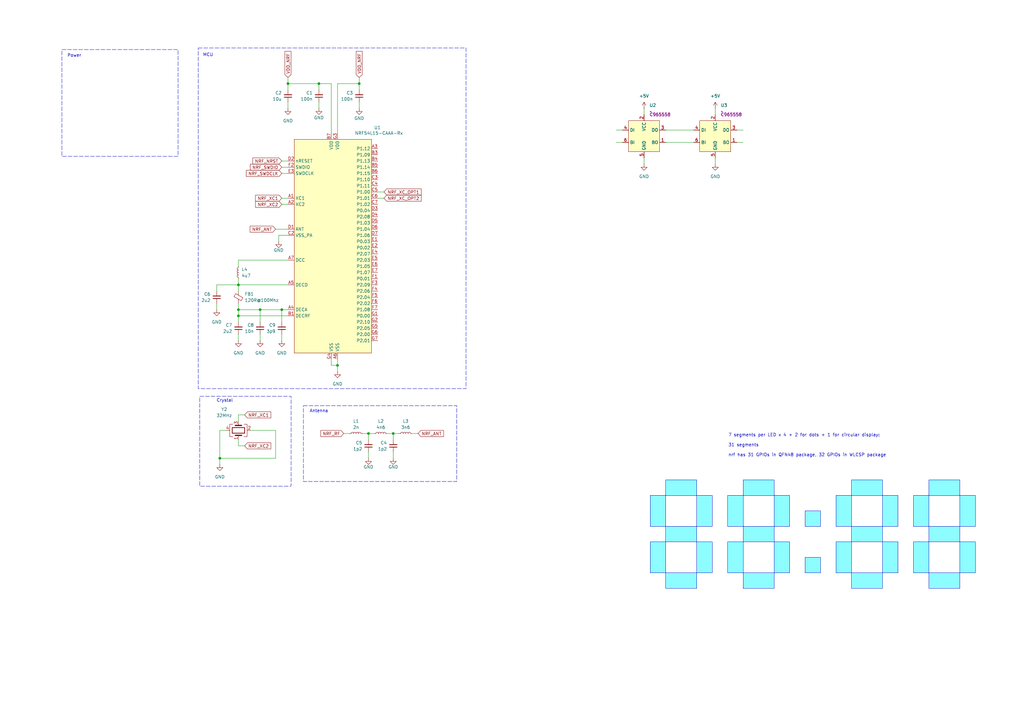
<source format=kicad_sch>
(kicad_sch (version 20231120) (generator "eeschema") (generator_version "8.0")
  (paper "A3")
  (lib_symbols
    (symbol "Device:C_Small" (pin_numbers hide) (pin_names (offset 0.254) hide)
      (property "Reference" "C" (at 0.254 1.778 0))
      (property "Value" "C_Small" (at 0.254 -2.032 0))
      (symbol "C_Small_0_1"
        (polyline (pts (xy -1.524 -0.508) (xy 1.524 -0.508)) (stroke (width 0.3302)))
        (polyline (pts (xy -1.524 0.508) (xy 1.524 0.508)) (stroke (width 0.3048)))
      )
      (symbol "C_Small_1_1"
        (pin passive line (at 0 2.54 270) (length 2.032) (name "~") (number "1"))
        (pin passive line (at 0 -2.54 90) (length 2.032) (name "~") (number "2"))
      )
    )
    (symbol "Device:Crystal_GND24" (pin_names (offset 1.016) hide)
      (property "Reference" "Y" (at 3.175 5.08 0))
      (property "Value" "Crystal_GND24" (at 3.175 3.175 0))
      (symbol "Crystal_GND24_0_1"
        (rectangle (start -1.143 2.54) (end 1.143 -2.54) (stroke (width 0.3048)))
        (polyline (pts (xy -2.54 0) (xy -2.032 0)))
        (polyline (pts (xy -2.032 -1.27) (xy -2.032 1.27)) (stroke (width 0.508)))
        (polyline (pts (xy 0 -3.81) (xy 0 -3.556)))
        (polyline (pts (xy 0 3.556) (xy 0 3.81)))
        (polyline (pts (xy 2.032 -1.27) (xy 2.032 1.27)) (stroke (width 0.508)))
        (polyline (pts (xy 2.032 0) (xy 2.54 0)))
        (polyline (pts (xy -2.54 -2.286) (xy -2.54 -3.556) (xy 2.54 -3.556) (xy 2.54 -2.286)))
        (polyline (pts (xy -2.54 2.286) (xy -2.54 3.556) (xy 2.54 3.556) (xy 2.54 2.286)))
      )
      (symbol "Crystal_GND24_1_1"
        (pin passive line (at -3.81 0 0) (length 1.27) (name "1") (number "1"))
        (pin passive line (at 0 5.08 270) (length 1.27) (name "2") (number "2"))
        (pin passive line (at 3.81 0 180) (length 1.27) (name "3") (number "3"))
        (pin passive line (at 0 -5.08 90) (length 1.27) (name "4") (number "4"))
      )
    )
    (symbol "Device:FerriteBead_Small" (pin_numbers hide) (pin_names (offset 0))
      (property "Reference" "FB" (at 1.905 1.27 0))
      (property "Value" "FerriteBead_Small" (at 1.905 -1.27 0))
      (symbol "FerriteBead_Small_0_1"
        (polyline (pts (xy 0 -1.27) (xy 0 -0.7874)))
        (polyline (pts (xy 0 0.889) (xy 0 1.2954)))
        (polyline (pts (xy -1.8288 0.2794) (xy -1.1176 1.4986) (xy 1.8288 -0.2032) (xy 1.1176 -1.4224) (xy -1.8288 0.2794)))
      )
      (symbol "FerriteBead_Small_1_1"
        (pin passive line (at 0 2.54 270) (length 1.27) (name "~") (number "1"))
        (pin passive line (at 0 -2.54 90) (length 1.27) (name "~") (number "2"))
      )
    )
    (symbol "Device:L_Small" (pin_numbers hide) (pin_names (offset 0.254) hide)
      (property "Reference" "L" (at 0.762 1.016 0))
      (property "Value" "L_Small" (at 0.762 -1.016 0))
      (symbol "L_Small_0_1"
        (arc (start 0 -2.032) (mid 0.5058 -1.524) (end 0 -1.016))
        (arc (start 0 -1.016) (mid 0.5058 -0.508) (end 0 0))
        (arc (start 0 0) (mid 0.5058 0.508) (end 0 1.016))
        (arc (start 0 1.016) (mid 0.5058 1.524) (end 0 2.032))
      )
      (symbol "L_Small_1_1"
        (pin passive line (at 0 2.54 270) (length 0.508) (name "~") (number "1"))
        (pin passive line (at 0 -2.54 90) (length 0.508) (name "~") (number "2"))
      )
    )
    (symbol "ProjectSymbols:WS2813B-5V"
      (property "Reference" "U" (at 7.366 9.144 0))
      (property "LCSC" "C965558" (at 0 0 0))
      (symbol "WS2813B-5V_0_0"
        (pin unspecified line (at 8.89 -2.54 180) (length 2.54) (name "BO") (number "1"))
        (pin unspecified line (at 0 8.89 270) (length 2.54) (name "VCC") (number "2"))
        (pin unspecified line (at 8.89 2.54 180) (length 2.54) (name "DO") (number "3"))
        (pin unspecified line (at -8.89 2.54 0) (length 2.54) (name "DI") (number "4"))
        (pin unspecified line (at 0 -8.89 90) (length 2.54) (name "GND") (number "5"))
        (pin unspecified line (at -8.89 -2.54 0) (length 2.54) (name "BI") (number "6"))
      )
      (symbol "WS2813B-5V_1_1"
        (rectangle (start -6.35 6.35) (end 6.35 -6.35) (fill (type background)))
      )
    )
    (symbol "ProjectSymbols:nRF54Lxx"
      (property "Reference" "U" (at -17.78 15.24 0))
      (symbol "nRF54Lxx_0_0"
        (pin unspecified line (at -17.78 15.24 0) (length 2.54) (name "XC1") (number "A1"))
        (pin unspecified line (at -17.78 12.7 0) (length 2.54) (name "XC2") (number "A2"))
        (pin unspecified line (at 19.05 35.56 180) (length 2.54) (name "P1.12") (number "A3"))
        (pin unspecified line (at -17.78 -30.48 0) (length 2.54) (name "DECA") (number "A4"))
        (pin unspecified line (at -17.78 -20.32 0) (length 2.54) (name "DECD") (number "A5"))
        (pin unspecified line (at 2.54 -50.8 90) (length 2.54) (name "VSS") (number "A6"))
        (pin unspecified line (at -17.78 -10.16 0) (length 2.54) (name "DCC") (number "A7"))
        (pin unspecified line (at -17.78 -33.02 0) (length 2.54) (name "DECRF") (number "B1"))
        (pin unspecified line (at 19.05 33.02 180) (length 2.54) (name "P1.09") (number "B3"))
        (pin unspecified line (at 19.05 30.48 180) (length 2.54) (name "P1.13") (number "B4"))
        (pin unspecified line (at 19.05 27.94 180) (length 2.54) (name "P1.14") (number "B5"))
        (pin unspecified line (at 19.05 25.4 180) (length 2.54) (name "P1.15") (number "B6"))
        (pin unspecified line (at 0 41.91 270) (length 2.54) (name "VDD") (number "B7"))
        (pin unspecified line (at -17.78 0 0) (length 2.54) (name "VSS_PA") (number "C2"))
        (pin unspecified line (at 19.05 22.86 180) (length 2.54) (name "P1.10") (number "C3"))
        (pin unspecified line (at 19.05 20.32 180) (length 2.54) (name "P1.11") (number "C4"))
        (pin unspecified line (at 19.05 17.78 180) (length 2.54) (name "P1.00") (number "C5"))
        (pin unspecified line (at 19.05 15.24 180) (length 2.54) (name "P1.01") (number "C6"))
        (pin unspecified line (at 19.05 12.7 180) (length 2.54) (name "P1.02") (number "C7"))
        (pin unspecified line (at -17.78 2.54 0) (length 2.54) (name "ANT") (number "D1"))
        (pin unspecified line (at -17.78 30.48 0) (length 2.54) (name "nRESET") (number "D2"))
        (pin unspecified line (at 19.05 10.16 180) (length 2.54) (name "P0.04") (number "D3"))
        (pin unspecified line (at 19.05 7.62 180) (length 2.54) (name "P2.08") (number "D4"))
        (pin unspecified line (at 19.05 5.08 180) (length 2.54) (name "P1.03") (number "D5"))
        (pin unspecified line (at 19.05 2.54 180) (length 2.54) (name "P1.04") (number "D6"))
        (pin unspecified line (at 19.05 0 180) (length 2.54) (name "P1.06") (number "D7"))
        (pin unspecified line (at 19.05 -2.54 180) (length 2.54) (name "P0.03") (number "E1"))
        (pin unspecified line (at 19.05 -5.08 180) (length 2.54) (name "P0.02") (number "E2"))
        (pin unspecified line (at -17.78 25.4 0) (length 2.54) (name "SWDCLK") (number "E3"))
        (pin unspecified line (at 19.05 -7.62 180) (length 2.54) (name "P2.07") (number "E4"))
        (pin unspecified line (at 19.05 -10.16 180) (length 2.54) (name "P2.03") (number "E5"))
        (pin unspecified line (at 19.05 -12.7 180) (length 2.54) (name "P1.05") (number "E6"))
        (pin unspecified line (at 19.05 -15.24 180) (length 2.54) (name "P1.07") (number "E7"))
        (pin unspecified line (at 19.05 -17.78 180) (length 2.54) (name "P0.01") (number "F1"))
        (pin unspecified line (at -17.78 27.94 0) (length 2.54) (name "SWDIO") (number "F2"))
        (pin unspecified line (at 19.05 -20.32 180) (length 2.54) (name "P2.09") (number "F3"))
        (pin unspecified line (at 19.05 -22.86 180) (length 2.54) (name "P2.06") (number "F4"))
        (pin unspecified line (at 19.05 -25.4 180) (length 2.54) (name "P2.04") (number "F5"))
        (pin unspecified line (at 19.05 -27.94 180) (length 2.54) (name "P2.02") (number "F6"))
        (pin unspecified line (at 19.05 -30.48 180) (length 2.54) (name "P1.08") (number "F7"))
        (pin unspecified line (at 19.05 -33.02 180) (length 2.54) (name "P0.00") (number "G1"))
        (pin unspecified line (at 19.05 -35.56 180) (length 2.54) (name "P2.10") (number "G2"))
        (pin unspecified line (at 2.54 41.91 270) (length 2.54) (name "VDD") (number "G3"))
        (pin unspecified line (at 0 -50.8 90) (length 2.54) (name "VSS") (number "G4"))
        (pin unspecified line (at 19.05 -38.1 180) (length 2.54) (name "P2.05") (number "G5"))
        (pin unspecified line (at 19.05 -40.64 180) (length 2.54) (name "P2.00") (number "G6"))
        (pin unspecified line (at 19.05 -43.18 180) (length 2.54) (name "P2.01") (number "G7"))
      )
      (symbol "nRF54Lxx_1_1"
        (rectangle (start -15.24 39.37) (end 16.51 -48.26) (fill (type background)))
      )
    )
    (symbol "power:+5V" (power) (pin_numbers hide) (pin_names (offset 0) hide)
      (property "Value" "+5V" (at 0 3.556 0))
      (symbol "+5V_0_1"
        (polyline (pts (xy -0.762 1.27) (xy 0 2.54)))
        (polyline (pts (xy 0 0) (xy 0 2.54)))
        (polyline (pts (xy 0 2.54) (xy 0.762 1.27)))
      )
      (symbol "+5V_1_1"
        (pin power_in line (at 0 0 90) (length 0) (name "~") (number "1"))
      )
    )
    (symbol "power:GND" (power) (pin_numbers hide) (pin_names (offset 0) hide)
      (property "Value" "GND" (at 0 -3.81 0))
      (symbol "GND_0_1"
        (polyline (pts (xy 0 0) (xy 0 -1.27) (xy 1.27 -1.27) (xy 0 -2.54) (xy -1.27 -1.27) (xy 0 -1.27)))
      )
      (symbol "GND_1_1"
        (pin power_in line (at 0 0 270) (length 0) (name "~") (number "1"))
      )
    )
  )
  (junction (at 106.68 127))
  (junction (at 118.11 34.29))
  (junction (at 90.17 187.96))
  (junction (at 115.57 127))
  (junction (at 97.79 127))
  (junction (at 97.79 116.84))
  (junction (at 138.43 149.86))
  (junction (at 147.32 34.29))
  (junction (at 97.79 129.54))
  (junction (at 130.81 34.29))
  (junction (at 151.13 177.8))
  (junction (at 161.29 177.8))
  (wire (pts (xy 252.73 53.34) (xy 255.27 53.34)))
  (wire (pts (xy 158.75 177.8) (xy 161.29 177.8)))
  (wire (pts (xy 115.57 127) (xy 118.11 127)))
  (wire (pts (xy 161.29 177.8) (xy 163.83 177.8)))
  (wire (pts (xy 106.68 137.16) (xy 106.68 139.7)))
  (wire (pts (xy 115.57 81.28) (xy 118.11 81.28)))
  (wire (pts (xy 154.94 81.28) (xy 157.48 81.28)))
  (wire (pts (xy 140.97 177.8) (xy 143.51 177.8)))
  (wire (pts (xy 115.57 68.58) (xy 118.11 68.58)))
  (wire (pts (xy 118.11 41.91) (xy 118.11 44.45)))
  (wire (pts (xy 97.79 106.68) (xy 97.79 109.22)))
  (wire (pts (xy 138.43 34.29) (xy 147.32 34.29)))
  (wire (pts (xy 264.16 44.45) (xy 264.16 46.99)))
  (wire (pts (xy 302.26 58.42) (xy 304.8 58.42)))
  (wire (pts (xy 168.91 177.8) (xy 171.45 177.8)))
  (wire (pts (xy 138.43 34.29) (xy 138.43 54.61)))
  (wire (pts (xy 130.81 34.29) (xy 135.89 34.29)))
  (wire (pts (xy 147.32 31.75) (xy 147.32 34.29)))
  (wire (pts (xy 97.79 129.54) (xy 118.11 129.54)))
  (wire (pts (xy 161.29 185.42) (xy 161.29 187.96)))
  (wire (pts (xy 273.05 58.42) (xy 284.48 58.42)))
  (wire (pts (xy 138.43 149.86) (xy 138.43 152.4)))
  (wire (pts (xy 90.17 187.96) (xy 90.17 176.53)))
  (wire (pts (xy 273.05 53.34) (xy 284.48 53.34)))
  (wire (pts (xy 135.89 147.32) (xy 135.89 149.86)))
  (wire (pts (xy 148.59 177.8) (xy 151.13 177.8)))
  (wire (pts (xy 88.9 116.84) (xy 97.79 116.84)))
  (wire (pts (xy 97.79 114.3) (xy 97.79 116.84)))
  (wire (pts (xy 130.81 41.91) (xy 130.81 44.45)))
  (wire (pts (xy 115.57 127) (xy 115.57 132.08)))
  (wire (pts (xy 115.57 66.04) (xy 118.11 66.04)))
  (wire (pts (xy 115.57 71.12) (xy 118.11 71.12)))
  (wire (pts (xy 106.68 127) (xy 106.68 132.08)))
  (wire (pts (xy 97.79 116.84) (xy 118.11 116.84)))
  (wire (pts (xy 293.37 44.45) (xy 293.37 46.99)))
  (wire (pts (xy 97.79 129.54) (xy 97.79 132.08)))
  (wire (pts (xy 90.17 187.96) (xy 90.17 190.5)))
  (wire (pts (xy 97.79 172.72) (xy 97.79 170.18)))
  (wire (pts (xy 151.13 177.8) (xy 153.67 177.8)))
  (wire (pts (xy 161.29 180.34) (xy 161.29 177.8)))
  (wire (pts (xy 147.32 34.29) (xy 147.32 36.83)))
  (wire (pts (xy 97.79 180.34) (xy 97.79 182.88)))
  (wire (pts (xy 135.89 149.86) (xy 138.43 149.86)))
  (wire (pts (xy 130.81 34.29) (xy 130.81 36.83)))
  (wire (pts (xy 118.11 31.75) (xy 118.11 34.29)))
  (wire (pts (xy 97.79 127) (xy 106.68 127)))
  (wire (pts (xy 302.26 53.34) (xy 304.8 53.34)))
  (wire (pts (xy 114.3 99.06) (xy 114.3 96.52)))
  (wire (pts (xy 90.17 176.53) (xy 92.71 176.53)))
  (wire (pts (xy 114.3 96.52) (xy 118.11 96.52)))
  (wire (pts (xy 252.73 58.42) (xy 255.27 58.42)))
  (wire (pts (xy 118.11 34.29) (xy 130.81 34.29)))
  (wire (pts (xy 88.9 124.46) (xy 88.9 127)))
  (wire (pts (xy 293.37 64.77) (xy 293.37 67.31)))
  (wire (pts (xy 113.03 187.96) (xy 90.17 187.96)))
  (wire (pts (xy 147.32 41.91) (xy 147.32 44.45)))
  (wire (pts (xy 115.57 83.82) (xy 118.11 83.82)))
  (wire (pts (xy 106.68 127) (xy 115.57 127)))
  (wire (pts (xy 97.79 170.18) (xy 100.33 170.18)))
  (wire (pts (xy 113.03 93.98) (xy 118.11 93.98)))
  (wire (pts (xy 118.11 106.68) (xy 97.79 106.68)))
  (wire (pts (xy 118.11 34.29) (xy 118.11 36.83)))
  (wire (pts (xy 97.79 182.88) (xy 100.33 182.88)))
  (wire (pts (xy 113.03 176.53) (xy 113.03 187.96)))
  (wire (pts (xy 88.9 116.84) (xy 88.9 119.38)))
  (wire (pts (xy 151.13 180.34) (xy 151.13 177.8)))
  (wire (pts (xy 138.43 147.32) (xy 138.43 149.86)))
  (wire (pts (xy 135.89 34.29) (xy 135.89 54.61)))
  (wire (pts (xy 97.79 127) (xy 97.79 129.54)))
  (wire (pts (xy 97.79 116.84) (xy 97.79 119.38)))
  (wire (pts (xy 154.94 78.74) (xy 157.48 78.74)))
  (wire (pts (xy 264.16 64.77) (xy 264.16 67.31)))
  (wire (pts (xy 102.87 176.53) (xy 113.03 176.53)))
  (wire (pts (xy 97.79 137.16) (xy 97.79 139.7)))
  (wire (pts (xy 115.57 137.16) (xy 115.57 139.7)))
  (wire (pts (xy 97.79 124.46) (xy 97.79 127)))
  (wire (pts (xy 151.13 185.42) (xy 151.13 187.96)))
  (rectangle (start 330.2 228.6) (end 336.55 234.95) (fill (type color) (color 141 253 255 1)))
  (rectangle (start 342.9 222.25) (end 349.25 234.95) (fill (type color) (color 141 253 255 1)))
  (rectangle (start 381 196.85) (end 393.7 203.2) (fill (type color) (color 141 253 255 1)))
  (rectangle (start 273.05 215.9) (end 285.75 222.25) (fill (type color) (color 141 253 255 1)))
  (rectangle (start 273.05 196.85) (end 285.75 203.2) (fill (type color) (color 141 253 255 1)))
  (rectangle (start 298.45 222.25) (end 304.8 234.95) (fill (type color) (color 141 253 255 1)))
  (rectangle (start 81.915 162.56) (end 119.38 199.39) (stroke (width 0) (type dash)))
  (rectangle (start 317.5 222.25) (end 323.85 234.95) (fill (type color) (color 141 253 255 1)))
  (rectangle (start 374.65 222.25) (end 381 234.95) (fill (type color) (color 141 253 255 1)))
  (rectangle (start 349.25 215.9) (end 361.95 222.25) (fill (type color) (color 141 253 255 1)))
  (rectangle (start 393.7 222.25) (end 400.05 234.95) (fill (type color) (color 141 253 255 1)))
  (rectangle (start 381 234.95) (end 393.7 241.3) (fill (type color) (color 141 253 255 1)))
  (rectangle (start 266.7 222.25) (end 273.05 234.95) (fill (type color) (color 141 253 255 1)))
  (rectangle (start 393.7 203.2) (end 400.05 215.9) (fill (type color) (color 141 253 255 1)))
  (rectangle (start 298.45 203.2) (end 304.8 215.9) (fill (type color) (color 141 253 255 1)))
  (rectangle (start 81.28 19.685) (end 191.135 159.385) (stroke (width 0) (type dash)))
  (rectangle (start 317.5 203.2) (end 323.85 215.9) (fill (type color) (color 141 253 255 1)))
  (rectangle (start 273.05 234.95) (end 285.75 241.3) (fill (type color) (color 141 253 255 1)))
  (rectangle (start 124.46 166.37) (end 187.325 197.485) (stroke (width 0) (type dash)))
  (rectangle (start 266.7 203.2) (end 273.05 215.9) (fill (type color) (color 141 253 255 1)))
  (rectangle (start 285.75 203.2) (end 292.1 215.9) (fill (type color) (color 141 253 255 1)))
  (rectangle (start 25.4 20.32) (end 73.025 64.135) (stroke (width 0) (type dash)))
  (rectangle (start 361.95 222.25) (end 368.3 234.95) (fill (type color) (color 141 253 255 1)))
  (rectangle (start 361.95 203.2) (end 368.3 215.9) (fill (type color) (color 141 253 255 1)))
  (rectangle (start 349.25 196.85) (end 361.95 203.2) (fill (type color) (color 141 253 255 1)))
  (rectangle (start 304.8 215.9) (end 317.5 222.25) (fill (type color) (color 141 253 255 1)))
  (rectangle (start 285.75 222.25) (end 292.1 234.95) (fill (type color) (color 141 253 255 1)))
  (rectangle (start 342.9 203.2) (end 349.25 215.9) (fill (type color) (color 141 253 255 1)))
  (rectangle (start 304.8 234.95) (end 317.5 241.3) (fill (type color) (color 141 253 255 1)))
  (rectangle (start 381 215.9) (end 393.7 222.25) (fill (type color) (color 141 253 255 1)))
  (rectangle (start 330.2 209.55) (end 336.55 215.9) (fill (type color) (color 141 253 255 1)))
  (rectangle (start 374.65 203.2) (end 381 215.9) (fill (type color) (color 141 253 255 1)))
  (rectangle (start 349.25 234.95) (end 361.95 241.3) (fill (type color) (color 141 253 255 1)))
  (rectangle (start 304.8 196.85) (end 317.5 203.2) (fill (type color) (color 141 253 255 1)))
  (text "MCU" (at 85.344 22.606 0) (effects (font (size 1.27 1.27))))
  (text "Crystal" (at 92.202 164.338 0) (effects (font (size 1.27 1.27))))
  (text "7 segments per LED x 4 + 2 for dots + 1 for circular display:\n\n31 segments\n\nnrf has 31 GPIOs in QFN48 package, 32 GPIOs in WLCSP package" (at 298.704 182.626 0) (effects (font (size 1.27 1.27)) (justify left)))
  (text "Power" (at 30.48 22.86 0) (effects (font (size 1.27 1.27))))
  (text "Antenna" (at 130.81 168.656 0) (effects (font (size 1.27 1.27))))
  (global_label "NRF_XC1" (shape input) (at 115.57 81.28 180) (property "Intersheetrefs" "${INTERSHEET_REFS}" (effects (hide yes))))
  (global_label "NRF_XC1" (shape input) (at 100.33 170.18 0) (property "Intersheetrefs" "${INTERSHEET_REFS}" (effects (hide yes))))
  (global_label "VDD_NRF" (shape input) (at 118.11 31.75 90) (property "Intersheetrefs" "${INTERSHEET_REFS}" (effects (hide yes))))
  (global_label "VDD_NRF" (shape input) (at 147.32 31.75 90) (property "Intersheetrefs" "${INTERSHEET_REFS}" (effects (hide yes))))
  (global_label "NRF_SWDIO" (shape input) (at 115.57 68.58 180) (property "Intersheetrefs" "${INTERSHEET_REFS}" (effects (hide yes))))
  (global_label "NRF_NRST" (shape input) (at 115.57 66.04 180) (property "Intersheetrefs" "${INTERSHEET_REFS}" (effects (hide yes))))
  (global_label "NRF_RF" (shape input) (at 140.97 177.8 180) (property "Intersheetrefs" "${INTERSHEET_REFS}" (effects (hide yes))))
  (global_label "NRF_XC_OPT2" (shape input) (at 157.48 81.28 0) (property "Intersheetrefs" "${INTERSHEET_REFS}" (effects (hide yes))))
  (global_label "NRF_SWDCLK" (shape input) (at 115.57 71.12 180) (property "Intersheetrefs" "${INTERSHEET_REFS}" (effects (hide yes))))
  (global_label "NRF_XC_OPT1" (shape input) (at 157.48 78.74 0) (property "Intersheetrefs" "${INTERSHEET_REFS}" (effects (hide yes))))
  (global_label "NRF_ANT" (shape input) (at 171.45 177.8 0) (property "Intersheetrefs" "${INTERSHEET_REFS}" (effects (hide yes))))
  (global_label "NRF_ANT" (shape input) (at 113.03 93.98 180) (property "Intersheetrefs" "${INTERSHEET_REFS}" (effects (hide yes))))
  (global_label "NRF_XC2" (shape input) (at 100.33 182.88 0) (property "Intersheetrefs" "${INTERSHEET_REFS}" (effects (hide yes))))
  (global_label "NRF_XC2" (shape input) (at 115.57 83.82 180) (property "Intersheetrefs" "${INTERSHEET_REFS}" (effects (hide yes))))
  (symbol (lib_id "Device:C_Small") (at 115.57 134.62 0) (mirror x) (unit 1)
    (property "Reference" "C9" (at 113.03 133.3435 0) (effects (justify right)))
    (property "Value" "3p9" (at 113.03 135.8835 0) (effects (justify right)))
    (property "Footprint" "Capacitor_SMD:C_0201_0603Metric" (effects (hide yes)))
    (property "Description" "Unpolarized capacitor, small symbol" (effects (hide yes)))
  )
  (symbol (lib_id "ProjectSymbols:nRF54Lxx") (at 135.89 96.52 0) (unit 1)
    (property "Reference" "U1" (at 153.416 52.324 0) (effects (justify left)))
    (property "Value" "NRF54L15-CAAA-Rx" (at 145.542 54.61 0) (effects (justify left)))
    (property "Footprint" "ProjectFootprints:WLCSP 300" (effects (hide yes)))
    (property "Datasheet" "https://docs-be.nordicsemi.com/bundle/ps_nrf54L15/attach/pdf/nRF54L15_nRF54L10_nRF54L05_Datasheet_v0.7.pdf" (effects (hide yes)))
    (property "MFN" "NRF54L15-CAAA-R " (effects (hide yes)))
  )
  (symbol (lib_id "power:GND") (at 293.37 67.31 0) (unit 1)
    (property "Reference" "#PWR015" (effects (hide yes)))
    (property "Value" "GND" (at 293.37 72.39 0))
    (property "Description" "Power symbol creates a global label with name \"GND\" , ground" (effects (hide yes)))
  )
  (symbol (lib_id "power:GND") (at 151.13 187.96 0) (unit 1)
    (property "Reference" "#PWR08" (effects (hide yes)))
    (property "Value" "GND" (at 151.13 191.516 0))
    (property "Description" "Power symbol creates a global label with name \"GND\" , ground" (effects (hide yes)))
  )
  (symbol (lib_id "power:GND") (at 115.57 139.7 0) (unit 1)
    (property "Reference" "#PWR012" (effects (hide yes)))
    (property "Value" "GND" (at 115.57 144.78 0))
    (property "Description" "Power symbol creates a global label with name \"GND\" , ground" (effects (hide yes)))
  )
  (symbol (lib_id "power:GND") (at 161.29 187.96 0) (unit 1)
    (property "Reference" "#PWR07" (effects (hide yes)))
    (property "Value" "GND" (at 161.29 191.516 0))
    (property "Description" "Power symbol creates a global label with name \"GND\" , ground" (effects (hide yes)))
  )
  (symbol (lib_id "power:GND") (at 118.11 44.45 0) (unit 1)
    (property "Reference" "#PWR05" (effects (hide yes)))
    (property "Value" "GND" (at 118.11 49.53 0))
    (property "Description" "Power symbol creates a global label with name \"GND\" , ground" (effects (hide yes)))
  )
  (symbol (lib_id "Device:L_Small") (at 166.37 177.8 270) (mirror x) (unit 1)
    (property "Reference" "L3" (at 166.37 172.72 90))
    (property "Value" "3n6" (at 166.37 175.26 90))
    (property "Footprint" "Inductor_SMD:L_0201_0603Metric" (effects (hide yes)))
    (property "Description" "Inductor, small symbol" (effects (hide yes)))
  )
  (symbol (lib_id "ProjectSymbols:WS2813B-5V") (at 264.16 55.88 0) (unit 1)
    (property "Reference" "U2" (at 266.3541 43.18 0) (effects (justify left)))
    (property "Value" "~" (at 266.3541 45.72 0) (effects (justify left)))
    (property "Footprint" "LED_SMD:LED_WS2812_PLCC6_5.0x5.0mm_P1.6mm" (effects (hide yes)))
    (property "Datasheet" "https://www.lcsc.com/datasheet/lcsc_datasheet_2412041609_Worldsemi-WS2813B-V5_C965558.pdf" (effects (hide yes)))
    (property "LCSC" "C965558" (at 266.3541 46.99 0) (effects (justify left)))
  )
  (symbol (lib_id "Device:C_Small") (at 118.11 39.37 0) (mirror x) (unit 1)
    (property "Reference" "C2" (at 115.57 38.0935 0) (effects (justify right)))
    (property "Value" "10u" (at 115.57 40.6335 0) (effects (justify right)))
    (property "Description" "Unpolarized capacitor, small symbol" (effects (hide yes)))
  )
  (symbol (lib_id "Device:C_Small") (at 88.9 121.92 0) (mirror x) (unit 1)
    (property "Reference" "C6" (at 86.36 120.6435 0) (effects (justify right)))
    (property "Value" "2u2" (at 86.36 123.1835 0) (effects (justify right)))
    (property "Footprint" "Capacitor_SMD:C_0201_0603Metric" (effects (hide yes)))
    (property "Description" "Unpolarized capacitor, small symbol" (effects (hide yes)))
  )
  (symbol (lib_id "Device:C_Small") (at 97.79 134.62 0) (mirror x) (unit 1)
    (property "Reference" "C7" (at 95.25 133.3435 0) (effects (justify right)))
    (property "Value" "2u2" (at 95.25 135.8835 0) (effects (justify right)))
    (property "Footprint" "Capacitor_SMD:C_0201_0603Metric" (effects (hide yes)))
    (property "Description" "Unpolarized capacitor, small symbol" (effects (hide yes)))
  )
  (symbol (lib_id "ProjectSymbols:WS2813B-5V") (at 293.37 55.88 0) (unit 1)
    (property "Reference" "U3" (at 295.5641 43.18 0) (effects (justify left)))
    (property "Value" "~" (at 295.5641 45.72 0) (effects (justify left)))
    (property "Footprint" "LED_SMD:LED_WS2812_PLCC6_5.0x5.0mm_P1.6mm" (effects (hide yes)))
    (property "Datasheet" "https://www.lcsc.com/datasheet/lcsc_datasheet_2412041609_Worldsemi-WS2813B-V5_C965558.pdf" (effects (hide yes)))
    (property "LCSC" "C965558" (at 295.5641 46.99 0) (effects (justify left)))
  )
  (symbol (lib_id "power:GND") (at 88.9 127 0) (unit 1)
    (property "Reference" "#PWR09" (effects (hide yes)))
    (property "Value" "GND" (at 88.9 132.08 0))
    (property "Description" "Power symbol creates a global label with name \"GND\" , ground" (effects (hide yes)))
  )
  (symbol (lib_id "power:+5V") (at 293.37 44.45 0) (unit 1)
    (property "Reference" "#PWR016" (effects (hide yes)))
    (property "Value" "+5V" (at 293.37 39.37 0))
    (property "Description" "Power symbol creates a global label with name \"+5V\"" (effects (hide yes)))
  )
  (symbol (lib_id "Device:L_Small") (at 146.05 177.8 270) (mirror x) (unit 1)
    (property "Reference" "L1" (at 146.05 172.72 90))
    (property "Value" "2n" (at 146.05 175.26 90))
    (property "Footprint" "Inductor_SMD:L_0201_0603Metric" (effects (hide yes)))
    (property "Description" "Inductor, small symbol" (effects (hide yes)))
  )
  (symbol (lib_id "Device:C_Small") (at 106.68 134.62 0) (mirror x) (unit 1)
    (property "Reference" "C8" (at 104.14 133.3435 0) (effects (justify right)))
    (property "Value" "10n" (at 104.14 135.8835 0) (effects (justify right)))
    (property "Footprint" "Capacitor_SMD:C_0201_0603Metric" (effects (hide yes)))
    (property "Description" "Unpolarized capacitor, small symbol" (effects (hide yes)))
  )
  (symbol (lib_id "power:GND") (at 130.81 44.45 0) (unit 1)
    (property "Reference" "#PWR04" (effects (hide yes)))
    (property "Value" "GND" (at 130.81 48.26 0))
    (property "Description" "Power symbol creates a global label with name \"GND\" , ground" (effects (hide yes)))
  )
  (symbol (lib_id "Device:C_Small") (at 151.13 182.88 0) (mirror x) (unit 1)
    (property "Reference" "C5" (at 148.59 181.6035 0) (effects (justify right)))
    (property "Value" "1p2" (at 148.59 184.1435 0) (effects (justify right)))
    (property "Footprint" "Capacitor_SMD:C_0201_0603Metric" (effects (hide yes)))
    (property "Description" "Unpolarized capacitor, small symbol" (effects (hide yes)))
  )
  (symbol (lib_id "power:GND") (at 90.17 190.5 0) (unit 1)
    (property "Reference" "#PWR02" (effects (hide yes)))
    (property "Value" "GND" (at 90.17 195.58 0))
    (property "Description" "Power symbol creates a global label with name \"GND\" , ground" (effects (hide yes)))
  )
  (symbol (lib_id "Device:C_Small") (at 147.32 39.37 0) (mirror x) (unit 1)
    (property "Reference" "C3" (at 144.78 38.0935 0) (effects (justify right)))
    (property "Value" "100n" (at 144.78 40.6335 0) (effects (justify right)))
    (property "Footprint" "Capacitor_SMD:C_0201_0603Metric" (effects (hide yes)))
    (property "Description" "Unpolarized capacitor, small symbol" (effects (hide yes)))
  )
  (symbol (lib_id "Device:FerriteBead_Small") (at 97.79 121.92 0) (unit 1)
    (property "Reference" "FB1" (at 100.33 120.6118 0) (effects (justify left)))
    (property "Value" "120R@100Mhz" (at 100.33 123.1518 0) (effects (justify left)))
    (property "Description" "Ferrite bead, small symbol" (effects (hide yes)))
  )
  (symbol (lib_id "Device:L_Small") (at 156.21 177.8 270) (mirror x) (unit 1)
    (property "Reference" "L2" (at 156.21 172.72 90))
    (property "Value" "4n6" (at 156.21 175.26 90))
    (property "Footprint" "Inductor_SMD:L_0201_0603Metric" (effects (hide yes)))
    (property "Description" "Inductor, small symbol" (effects (hide yes)))
  )
  (symbol (lib_id "power:GND") (at 264.16 67.31 0) (unit 1)
    (property "Reference" "#PWR013" (effects (hide yes)))
    (property "Value" "GND" (at 264.16 72.39 0))
    (property "Description" "Power symbol creates a global label with name \"GND\" , ground" (effects (hide yes)))
  )
  (symbol (lib_id "power:GND") (at 106.68 139.7 0) (unit 1)
    (property "Reference" "#PWR011" (effects (hide yes)))
    (property "Value" "GND" (at 106.68 144.78 0))
    (property "Description" "Power symbol creates a global label with name \"GND\" , ground" (effects (hide yes)))
  )
  (symbol (lib_id "power:GND") (at 97.79 139.7 0) (unit 1)
    (property "Reference" "#PWR010" (effects (hide yes)))
    (property "Value" "GND" (at 97.79 144.78 0))
    (property "Description" "Power symbol creates a global label with name \"GND\" , ground" (effects (hide yes)))
  )
  (symbol (lib_id "power:GND") (at 147.32 44.45 0) (unit 1)
    (property "Reference" "#PWR06" (effects (hide yes)))
    (property "Value" "GND" (at 147.32 48.514 0))
    (property "Description" "Power symbol creates a global label with name \"GND\" , ground" (effects (hide yes)))
  )
  (symbol (lib_id "Device:Crystal_GND24") (at 97.79 176.53 270) (mirror x) (unit 1)
    (property "Reference" "Y2" (at 91.948 167.894 90))
    (property "Value" "32MHz" (at 91.948 170.434 90))
    (property "Description" "Four pin crystal, GND on pins 2 and 4" (effects (hide yes)))
  )
  (symbol (lib_id "Device:C_Small") (at 161.29 182.88 0) (mirror x) (unit 1)
    (property "Reference" "C4" (at 158.75 181.6035 0) (effects (justify right)))
    (property "Value" "1p2" (at 158.75 184.1435 0) (effects (justify right)))
    (property "Footprint" "Capacitor_SMD:C_0201_0603Metric" (effects (hide yes)))
    (property "Description" "Unpolarized capacitor, small symbol" (effects (hide yes)))
  )
  (symbol (lib_id "Device:L_Small") (at 97.79 111.76 0) (mirror y) (unit 1)
    (property "Reference" "L4" (at 99.06 110.4899 0) (effects (justify right)))
    (property "Value" "4u7" (at 99.06 113.0299 0) (effects (justify right)))
    (property "Footprint" "LED_SMD:LED_0402_1005Metric" (effects (hide yes)))
    (property "Description" "Inductor, small symbol" (effects (hide yes)))
  )
  (symbol (lib_id "power:+5V") (at 264.16 44.45 0) (unit 1)
    (property "Reference" "#PWR014" (effects (hide yes)))
    (property "Value" "+5V" (at 264.16 39.37 0))
    (property "Description" "Power symbol creates a global label with name \"+5V\"" (effects (hide yes)))
  )
  (symbol (lib_id "Device:C_Small") (at 130.81 39.37 0) (mirror x) (unit 1)
    (property "Reference" "C1" (at 128.27 38.0935 0) (effects (justify right)))
    (property "Value" "100n" (at 128.27 40.6335 0) (effects (justify right)))
    (property "Footprint" "Capacitor_SMD:C_0201_0603Metric" (effects (hide yes)))
    (property "Description" "Unpolarized capacitor, small symbol" (effects (hide yes)))
  )
  (symbol (lib_id "power:GND") (at 138.43 152.4 0) (unit 1)
    (property "Reference" "#PWR01" (effects (hide yes)))
    (property "Value" "GND" (at 138.43 157.48 0))
    (property "Description" "Power symbol creates a global label with name \"GND\" , ground" (effects (hide yes)))
  )
  (symbol (lib_id "power:GND") (at 114.3 99.06 0) (unit 1)
    (property "Reference" "#PWR03" (effects (hide yes)))
    (property "Value" "GND" (at 114.3 102.616 0))
    (property "Description" "Power symbol creates a global label with name \"GND\" , ground" (effects (hide yes)))
  )
)
</source>
